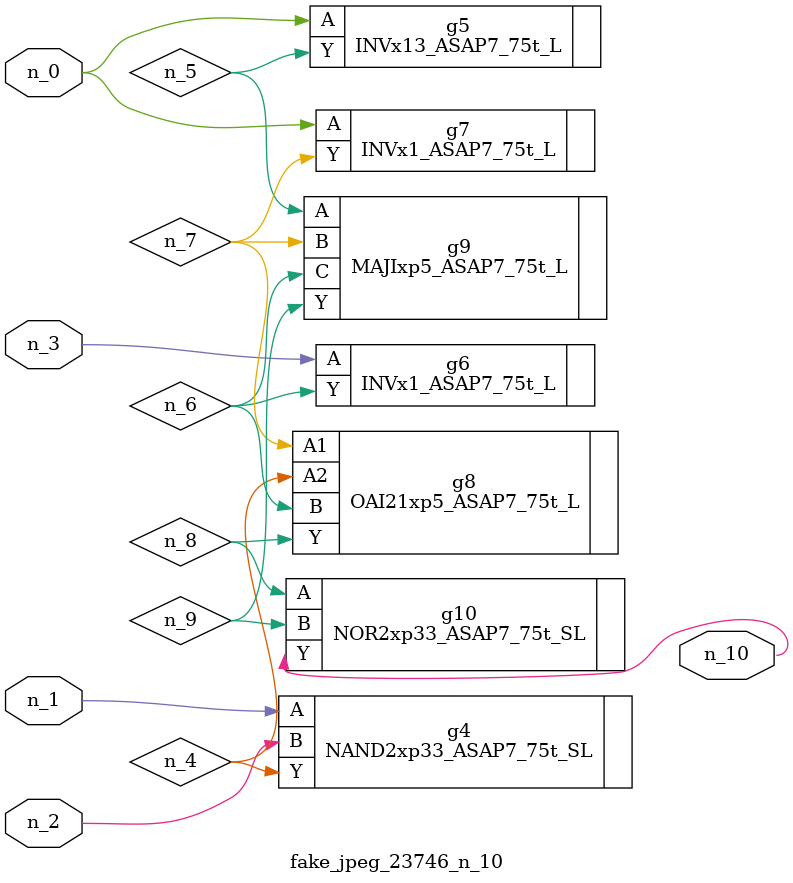
<source format=v>
module fake_jpeg_23746_n_10 (n_0, n_3, n_2, n_1, n_10);

input n_0;
input n_3;
input n_2;
input n_1;

output n_10;

wire n_4;
wire n_8;
wire n_9;
wire n_6;
wire n_5;
wire n_7;

NAND2xp33_ASAP7_75t_SL g4 ( 
.A(n_1),
.B(n_2),
.Y(n_4)
);

INVx13_ASAP7_75t_L g5 ( 
.A(n_0),
.Y(n_5)
);

INVx1_ASAP7_75t_L g6 ( 
.A(n_3),
.Y(n_6)
);

INVx1_ASAP7_75t_L g7 ( 
.A(n_0),
.Y(n_7)
);

OAI21xp5_ASAP7_75t_L g8 ( 
.A1(n_7),
.A2(n_4),
.B(n_6),
.Y(n_8)
);

NOR2xp33_ASAP7_75t_SL g10 ( 
.A(n_8),
.B(n_9),
.Y(n_10)
);

MAJIxp5_ASAP7_75t_L g9 ( 
.A(n_5),
.B(n_7),
.C(n_6),
.Y(n_9)
);


endmodule
</source>
